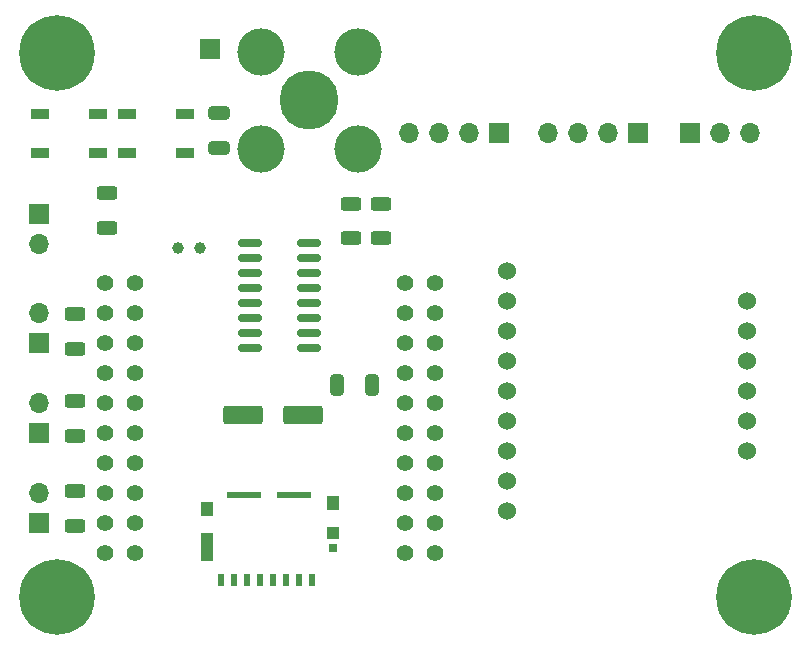
<source format=gbr>
%TF.GenerationSoftware,KiCad,Pcbnew,7.0.2-6a45011f42~172~ubuntu22.04.1*%
%TF.CreationDate,2023-05-07T23:46:40+02:00*%
%TF.ProjectId,mp3alarm,6d703361-6c61-4726-9d2e-6b696361645f,v0.2*%
%TF.SameCoordinates,Original*%
%TF.FileFunction,Soldermask,Top*%
%TF.FilePolarity,Negative*%
%FSLAX46Y46*%
G04 Gerber Fmt 4.6, Leading zero omitted, Abs format (unit mm)*
G04 Created by KiCad (PCBNEW 7.0.2-6a45011f42~172~ubuntu22.04.1) date 2023-05-07 23:46:40*
%MOMM*%
%LPD*%
G01*
G04 APERTURE LIST*
G04 Aperture macros list*
%AMRoundRect*
0 Rectangle with rounded corners*
0 $1 Rounding radius*
0 $2 $3 $4 $5 $6 $7 $8 $9 X,Y pos of 4 corners*
0 Add a 4 corners polygon primitive as box body*
4,1,4,$2,$3,$4,$5,$6,$7,$8,$9,$2,$3,0*
0 Add four circle primitives for the rounded corners*
1,1,$1+$1,$2,$3*
1,1,$1+$1,$4,$5*
1,1,$1+$1,$6,$7*
1,1,$1+$1,$8,$9*
0 Add four rect primitives between the rounded corners*
20,1,$1+$1,$2,$3,$4,$5,0*
20,1,$1+$1,$4,$5,$6,$7,0*
20,1,$1+$1,$6,$7,$8,$9,0*
20,1,$1+$1,$8,$9,$2,$3,0*%
G04 Aperture macros list end*
%ADD10C,5.000000*%
%ADD11C,4.000000*%
%ADD12R,1.500000X0.900000*%
%ADD13RoundRect,0.250000X-0.650000X0.325000X-0.650000X-0.325000X0.650000X-0.325000X0.650000X0.325000X0*%
%ADD14R,1.700000X1.700000*%
%ADD15O,1.700000X1.700000*%
%ADD16R,0.500000X1.000000*%
%ADD17R,0.720000X0.780000*%
%ADD18R,1.050000X1.080000*%
%ADD19R,1.050000X1.200000*%
%ADD20R,1.050000X2.390000*%
%ADD21R,2.910000X0.550000*%
%ADD22C,1.400000*%
%ADD23RoundRect,0.250000X0.625000X-0.312500X0.625000X0.312500X-0.625000X0.312500X-0.625000X-0.312500X0*%
%ADD24C,1.524000*%
%ADD25C,6.400000*%
%ADD26RoundRect,0.150000X0.850000X0.150000X-0.850000X0.150000X-0.850000X-0.150000X0.850000X-0.150000X0*%
%ADD27RoundRect,0.250000X-0.325000X-0.650000X0.325000X-0.650000X0.325000X0.650000X-0.325000X0.650000X0*%
%ADD28C,1.000000*%
%ADD29RoundRect,0.250000X-1.412500X-0.550000X1.412500X-0.550000X1.412500X0.550000X-1.412500X0.550000X0*%
G04 APERTURE END LIST*
D10*
%TO.C,J10*%
X69342000Y-61976000D03*
D11*
X65227000Y-57861000D03*
X65227000Y-66091000D03*
X73457000Y-57861000D03*
X73457000Y-66091000D03*
%TD*%
D12*
%TO.C,D1*%
X53938000Y-63120000D03*
X53938000Y-66420000D03*
X58838000Y-66420000D03*
X58838000Y-63120000D03*
%TD*%
D13*
%TO.C,C1*%
X61722000Y-63041000D03*
X61722000Y-65991000D03*
%TD*%
D14*
%TO.C,J3*%
X46482000Y-90170000D03*
D15*
X46482000Y-87630000D03*
%TD*%
D14*
%TO.C,J5*%
X85399000Y-64770000D03*
D15*
X82859000Y-64770000D03*
X80319000Y-64770000D03*
X77779000Y-64770000D03*
%TD*%
D14*
%TO.C,J6*%
X97218500Y-64770000D03*
D15*
X94678500Y-64770000D03*
X92138500Y-64770000D03*
X89598500Y-64770000D03*
%TD*%
D16*
%TO.C,J7*%
X69590000Y-102590000D03*
X68490000Y-102590000D03*
X67390000Y-102590000D03*
X66290000Y-102590000D03*
X65190000Y-102590000D03*
X64090000Y-102590000D03*
X62990000Y-102590000D03*
X61890000Y-102590000D03*
D17*
X71350000Y-99910000D03*
D18*
X71365000Y-98640000D03*
D19*
X71365000Y-96030000D03*
X60715000Y-96600000D03*
D20*
X60715000Y-99785000D03*
D21*
X68026000Y-95355000D03*
X63836000Y-95355000D03*
%TD*%
D22*
%TO.C,U2*%
X52070000Y-77470000D03*
X54610000Y-77470000D03*
X52070000Y-80010000D03*
X54610000Y-80010000D03*
X52070000Y-82550000D03*
X54610000Y-82550000D03*
X52070000Y-85090000D03*
X54610000Y-85090000D03*
X52070000Y-87630000D03*
X54610000Y-87630000D03*
X52070000Y-90170000D03*
X54610000Y-90170000D03*
X52070000Y-92710000D03*
X54610000Y-92710000D03*
X52070000Y-95250000D03*
X54610000Y-95250000D03*
X52070000Y-97790000D03*
X54610000Y-97790000D03*
X52070000Y-100330000D03*
X54610000Y-100330000D03*
X77470000Y-77470000D03*
X80010000Y-77470000D03*
X77470000Y-80010000D03*
X80010000Y-80010000D03*
X77470000Y-82550000D03*
X80010000Y-82550000D03*
X77470000Y-85090000D03*
X80010000Y-85090000D03*
X77470000Y-87630000D03*
X80010000Y-87630000D03*
X77470000Y-90170000D03*
X80010000Y-90170000D03*
X77470000Y-92710000D03*
X80010000Y-92710000D03*
X77470000Y-95250000D03*
X80010000Y-95250000D03*
X77470000Y-97790000D03*
X80010000Y-97790000D03*
X77470000Y-100330000D03*
X80010000Y-100330000D03*
%TD*%
D14*
%TO.C,J2*%
X46482000Y-97790000D03*
D15*
X46482000Y-95250000D03*
%TD*%
D14*
%TO.C,J9*%
X60960000Y-57658000D03*
%TD*%
D23*
%TO.C,R1*%
X52262500Y-72775000D03*
X52262500Y-69850000D03*
%TD*%
D14*
%TO.C,J4*%
X46482000Y-82550000D03*
D15*
X46482000Y-80010000D03*
%TD*%
D14*
%TO.C,J1*%
X101600000Y-64770000D03*
D15*
X104140000Y-64770000D03*
X106680000Y-64770000D03*
%TD*%
D14*
%TO.C,J8*%
X46482000Y-71628000D03*
D15*
X46482000Y-74168000D03*
%TD*%
D24*
%TO.C,U1*%
X86106000Y-76454000D03*
X86106000Y-78994000D03*
X86106000Y-81534000D03*
X86106000Y-84074000D03*
X86106000Y-86614000D03*
X86106000Y-89154000D03*
X86106000Y-91694000D03*
X86106000Y-94234000D03*
X86106000Y-96774000D03*
X106426000Y-78994000D03*
X106426000Y-81534000D03*
X106426000Y-84074000D03*
X106426000Y-86614000D03*
X106426000Y-89154000D03*
X106426000Y-91694000D03*
%TD*%
D23*
%TO.C,R4*%
X49530000Y-97977500D03*
X49530000Y-95052500D03*
%TD*%
D25*
%TO.C,H2*%
X48000000Y-104000000D03*
%TD*%
%TO.C,H4*%
X107000000Y-58000000D03*
%TD*%
D23*
%TO.C,R2*%
X75438000Y-73660000D03*
X75438000Y-70735000D03*
%TD*%
D26*
%TO.C,IC1*%
X69302000Y-82931000D03*
X69302000Y-81661000D03*
X69302000Y-80391000D03*
X69302000Y-79121000D03*
X69302000Y-77851000D03*
X69302000Y-76581000D03*
X69302000Y-75311000D03*
X69302000Y-74041000D03*
X64302000Y-74041000D03*
X64302000Y-75311000D03*
X64302000Y-76581000D03*
X64302000Y-77851000D03*
X64302000Y-79121000D03*
X64302000Y-80391000D03*
X64302000Y-81661000D03*
X64302000Y-82931000D03*
%TD*%
D23*
%TO.C,R5*%
X49530000Y-90362500D03*
X49530000Y-87437500D03*
%TD*%
D27*
%TO.C,C3*%
X71677000Y-86106000D03*
X74627000Y-86106000D03*
%TD*%
D23*
%TO.C,R3*%
X72898000Y-73660000D03*
X72898000Y-70735000D03*
%TD*%
D12*
%TO.C,D2*%
X46572000Y-63120000D03*
X46572000Y-66420000D03*
X51472000Y-66420000D03*
X51472000Y-63120000D03*
%TD*%
D23*
%TO.C,R6*%
X49530000Y-82996500D03*
X49530000Y-80071500D03*
%TD*%
D25*
%TO.C,H3*%
X107000000Y-104000000D03*
%TD*%
%TO.C,H1*%
X48000000Y-58000000D03*
%TD*%
D28*
%TO.C,Y1*%
X58232000Y-74490000D03*
X60132000Y-74490000D03*
%TD*%
D29*
%TO.C,C2*%
X63756500Y-88646000D03*
X68831500Y-88646000D03*
%TD*%
M02*

</source>
